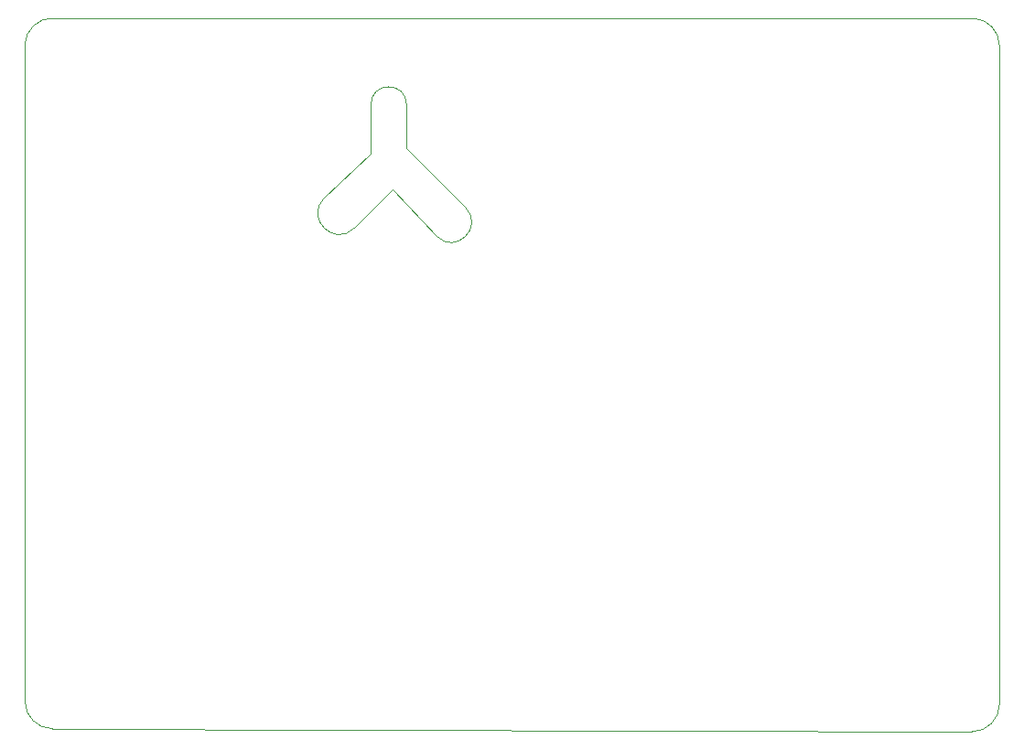
<source format=gbr>
%TF.GenerationSoftware,KiCad,Pcbnew,(6.0.1)*%
%TF.CreationDate,2022-11-29T11:43:40-05:00*%
%TF.ProjectId,pacman,7061636d-616e-42e6-9b69-6361645f7063,rev?*%
%TF.SameCoordinates,Original*%
%TF.FileFunction,Profile,NP*%
%FSLAX46Y46*%
G04 Gerber Fmt 4.6, Leading zero omitted, Abs format (unit mm)*
G04 Created by KiCad (PCBNEW (6.0.1)) date 2022-11-29 11:43:40*
%MOMM*%
%LPD*%
G01*
G04 APERTURE LIST*
%TA.AperFunction,Profile*%
%ADD10C,0.100000*%
%TD*%
%TA.AperFunction,Profile*%
%ADD11C,0.050000*%
%TD*%
G04 APERTURE END LIST*
D10*
X144145000Y-68961000D02*
X147701000Y-65405000D01*
X151765001Y-69722999D02*
G75*
G03*
X154431999Y-67056001I1333499J1333499D01*
G01*
X154431999Y-67056001D02*
X148971000Y-61595000D01*
X141351000Y-66167000D02*
G75*
G03*
X144145000Y-68961000I1397000J-1397000D01*
G01*
D11*
X113665000Y-112757949D02*
G75*
G03*
X116205000Y-115297949I2540001J1D01*
G01*
D10*
X151765000Y-69723000D02*
X147701000Y-65405000D01*
X201422000Y-49530000D02*
X116205000Y-49530000D01*
X203835000Y-113030000D02*
X203835000Y-52070000D01*
D11*
X203835000Y-52070000D02*
G75*
G03*
X201422000Y-49530000I-2557554J-13502D01*
G01*
D10*
X148971000Y-57531000D02*
G75*
G03*
X145669000Y-57531000I-1651000J0D01*
G01*
X148971000Y-61595000D02*
X148971000Y-57531000D01*
X113665000Y-51924949D02*
X113665000Y-112757949D01*
X141351000Y-66167000D02*
X145669000Y-62103000D01*
X145669000Y-57531000D02*
X145669000Y-62103000D01*
D11*
X116205000Y-49530000D02*
G75*
G03*
X113665000Y-51924949I-1J-2544392D01*
G01*
D10*
X116205000Y-115297949D02*
X201295000Y-115570000D01*
D11*
X201295000Y-115570000D02*
G75*
G03*
X203835000Y-113030000I-1J2540001D01*
G01*
M02*

</source>
